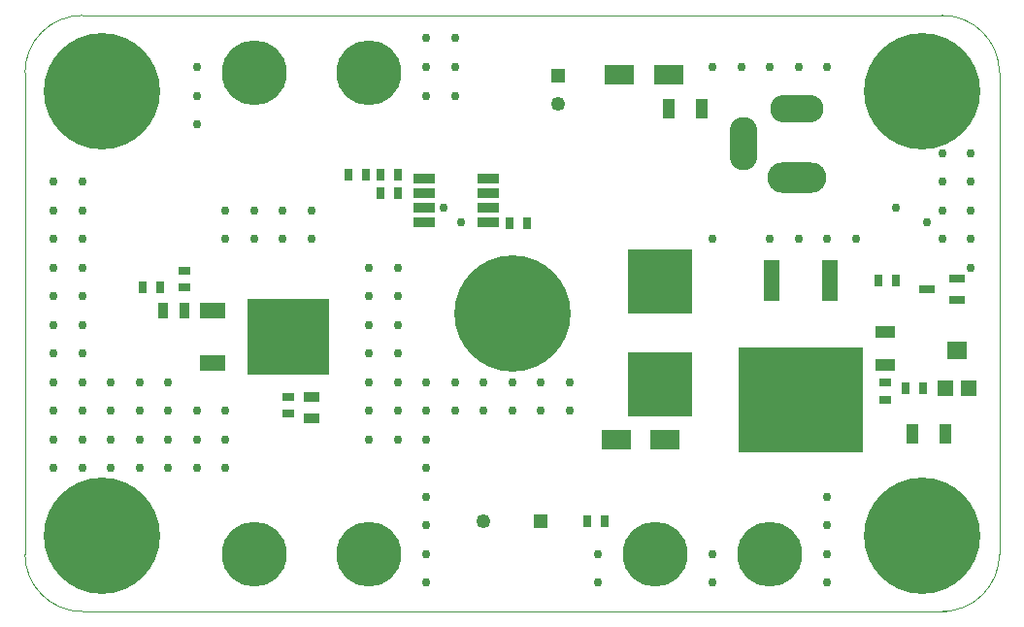
<source format=gts>
G04*
G04 #@! TF.GenerationSoftware,Altium Limited,Altium Designer,23.9.2 (47)*
G04*
G04 Layer_Color=8388736*
%FSAX44Y44*%
%MOMM*%
G71*
G04*
G04 #@! TF.SameCoordinates,CA360F41-C6A4-41FF-A6D1-DAC2DD7E16B6*
G04*
G04*
G04 #@! TF.FilePolarity,Negative*
G04*
G01*
G75*
%ADD54C,0.1000*%
%ADD71R,2.5000X1.7000*%
%ADD72R,2.3000X1.4500*%
%ADD73R,7.1500X6.6500*%
%ADD74R,1.0500X0.7500*%
%ADD75R,0.7500X1.0500*%
%ADD76R,0.8500X1.4500*%
%ADD77R,1.4500X0.8500*%
%ADD78R,1.4070X3.5790*%
%ADD79R,10.8180X9.1670*%
%ADD80R,5.5500X5.5500*%
%ADD81R,1.9500X0.8500*%
%ADD82R,1.7500X1.0500*%
%ADD83R,1.0500X1.7500*%
%ADD84R,1.3500X1.3500*%
%ADD85R,1.7500X1.6500*%
%ADD86R,1.3500X0.7500*%
%ADD87R,1.2500X1.2500*%
%ADD88C,1.2500*%
%ADD89R,1.2500X1.2500*%
%ADD90O,5.1500X2.6500*%
%ADD91O,4.6500X2.4000*%
%ADD92O,2.4000X4.6500*%
%ADD93C,5.6500*%
%ADD94C,10.1500*%
%ADD95C,0.7500*%
D54*
X02150000Y02270000D02*
G03*
X02100000Y02320000I-00050000J00000000D01*
G01*
X02100000Y01800000D02*
G03*
X02150000Y01850000I00000000J00050000D01*
G01*
X01350000Y02320000D02*
G03*
X01300000Y02270000I00000000J-00050000D01*
G01*
X01300000Y01850000D02*
G03*
X01350000Y01800000I00050000J00000000D01*
G01*
X02150000Y02270000D02*
X02150000Y01850000D01*
X01350000Y02320000D02*
X02103500Y02320000D01*
X01300000Y02270000D02*
X01300000Y01850000D01*
X01350000Y01800000D02*
X02103500Y01800000D01*
D71*
X01858500Y01950000D02*
D03*
X01815500D02*
D03*
X01861500Y02268000D02*
D03*
X01818500D02*
D03*
D72*
X01463350Y02062850D02*
D03*
Y02017150D02*
D03*
D73*
X01530000Y02040000D02*
D03*
D74*
X01439500Y02097500D02*
D03*
Y02082500D02*
D03*
X01530000Y01972500D02*
D03*
Y01987500D02*
D03*
X02050000Y01985000D02*
D03*
Y02000000D02*
D03*
D75*
X01417500Y02082500D02*
D03*
X01402500D02*
D03*
X01805500Y01879000D02*
D03*
X01790500D02*
D03*
X01738000Y02139000D02*
D03*
X01723000D02*
D03*
X01625000Y02181000D02*
D03*
X01610000D02*
D03*
X01625000Y02165000D02*
D03*
X01610000D02*
D03*
X01582000Y02181000D02*
D03*
X01597000D02*
D03*
X02083000Y01995000D02*
D03*
X02068000D02*
D03*
X02044500Y02089000D02*
D03*
X02059500D02*
D03*
D76*
X01439500Y02062850D02*
D03*
X01420500D02*
D03*
D77*
X01550000Y01987500D02*
D03*
Y01968500D02*
D03*
D78*
X01951600Y02088820D02*
D03*
X02002400D02*
D03*
D79*
X01977000Y01985000D02*
D03*
D80*
X01854000Y02088000D02*
D03*
Y01998000D02*
D03*
D81*
X01648000Y02164700D02*
D03*
X01704000D02*
D03*
X01648000Y02177400D02*
D03*
X01704000D02*
D03*
X01648000Y02152000D02*
D03*
X01704000D02*
D03*
X01648000Y02139300D02*
D03*
X01704000D02*
D03*
D82*
X02050000Y02044000D02*
D03*
Y02015000D02*
D03*
D83*
X02074000Y01955000D02*
D03*
X02103000D02*
D03*
X01861750Y02238500D02*
D03*
X01890750D02*
D03*
D84*
X02123000Y01995000D02*
D03*
X02103000D02*
D03*
D85*
X02113000Y02027500D02*
D03*
D86*
X02087000Y02081000D02*
D03*
X02113000Y02071500D02*
D03*
Y02090500D02*
D03*
D87*
X01750000Y01879000D02*
D03*
D88*
X01700000D02*
D03*
X01765000Y02242500D02*
D03*
D89*
Y02267500D02*
D03*
D90*
X01973500Y02178500D02*
D03*
D91*
Y02238500D02*
D03*
D92*
X01926500Y02208500D02*
D03*
D93*
X01500000Y01850000D02*
D03*
Y02270000D02*
D03*
X01600000Y01850000D02*
D03*
Y02270000D02*
D03*
X01950000Y01850000D02*
D03*
X01850000D02*
D03*
D94*
X01725000Y02060000D02*
D03*
X02082750Y02253750D02*
D03*
Y01866250D02*
D03*
X01367250Y02253750D02*
D03*
Y01866250D02*
D03*
D95*
X01775000Y02000000D02*
D03*
Y01975000D02*
D03*
X01750000Y02000000D02*
D03*
Y01975000D02*
D03*
X01650000Y01950000D02*
D03*
Y01925000D02*
D03*
Y01900000D02*
D03*
Y01875000D02*
D03*
Y01850000D02*
D03*
Y01825000D02*
D03*
X01800000D02*
D03*
Y01850000D02*
D03*
X01900000Y01825000D02*
D03*
Y01850000D02*
D03*
X02000000Y01825000D02*
D03*
Y01850000D02*
D03*
Y01900000D02*
D03*
Y01875000D02*
D03*
X01675000Y02300000D02*
D03*
X01650000D02*
D03*
X01675000Y02275000D02*
D03*
X01650000D02*
D03*
X01675000Y02250000D02*
D03*
X01650000D02*
D03*
X02000000Y02275000D02*
D03*
X01900000D02*
D03*
X01925000D02*
D03*
X01950000D02*
D03*
X01975000D02*
D03*
X02000000Y02125000D02*
D03*
X02025000D02*
D03*
X01900000D02*
D03*
X01950000D02*
D03*
X01975000D02*
D03*
X02100000Y02200000D02*
D03*
Y02175000D02*
D03*
Y02150000D02*
D03*
Y02125000D02*
D03*
X02125000Y02100000D02*
D03*
Y02200000D02*
D03*
Y02175000D02*
D03*
Y02150000D02*
D03*
Y02125000D02*
D03*
X01650000Y01975000D02*
D03*
X01675000D02*
D03*
X01650000Y02000000D02*
D03*
X01675000D02*
D03*
X01700000D02*
D03*
Y01975000D02*
D03*
X01725000D02*
D03*
Y02000000D02*
D03*
X01600000D02*
D03*
Y01975000D02*
D03*
X01625000Y02000000D02*
D03*
Y01975000D02*
D03*
Y01950000D02*
D03*
X01600000D02*
D03*
Y02100000D02*
D03*
Y02075000D02*
D03*
X01625000Y02100000D02*
D03*
Y02075000D02*
D03*
Y02050000D02*
D03*
X01600000D02*
D03*
Y02025000D02*
D03*
X01625000D02*
D03*
X01475000Y02125000D02*
D03*
Y02150000D02*
D03*
X01500000D02*
D03*
Y02125000D02*
D03*
X01525000D02*
D03*
X01550000D02*
D03*
X01525000Y02150000D02*
D03*
X01550000D02*
D03*
X01450000Y02275000D02*
D03*
Y02250000D02*
D03*
Y02225000D02*
D03*
X01475000Y01975000D02*
D03*
X01450000D02*
D03*
Y01950000D02*
D03*
Y01925000D02*
D03*
X01475000Y01950000D02*
D03*
Y01925000D02*
D03*
X01425000D02*
D03*
Y01950000D02*
D03*
X01400000Y01925000D02*
D03*
Y01950000D02*
D03*
X01375000Y01925000D02*
D03*
Y01950000D02*
D03*
Y01975000D02*
D03*
X01400000D02*
D03*
X01425000D02*
D03*
Y02000000D02*
D03*
X01400000D02*
D03*
X01375000D02*
D03*
X01350000Y02175000D02*
D03*
Y02150000D02*
D03*
Y02125000D02*
D03*
Y02100000D02*
D03*
Y02075000D02*
D03*
Y02050000D02*
D03*
Y02025000D02*
D03*
Y02000000D02*
D03*
Y01975000D02*
D03*
Y01950000D02*
D03*
Y01925000D02*
D03*
X01325000Y02175000D02*
D03*
Y02150000D02*
D03*
Y02125000D02*
D03*
Y02100000D02*
D03*
Y02075000D02*
D03*
Y02050000D02*
D03*
Y02025000D02*
D03*
Y02000000D02*
D03*
Y01975000D02*
D03*
Y01950000D02*
D03*
Y01925000D02*
D03*
X01665500Y02152500D02*
D03*
X02087000Y02139500D02*
D03*
X01680750Y02139250D02*
D03*
X02059500Y02152500D02*
D03*
M02*

</source>
